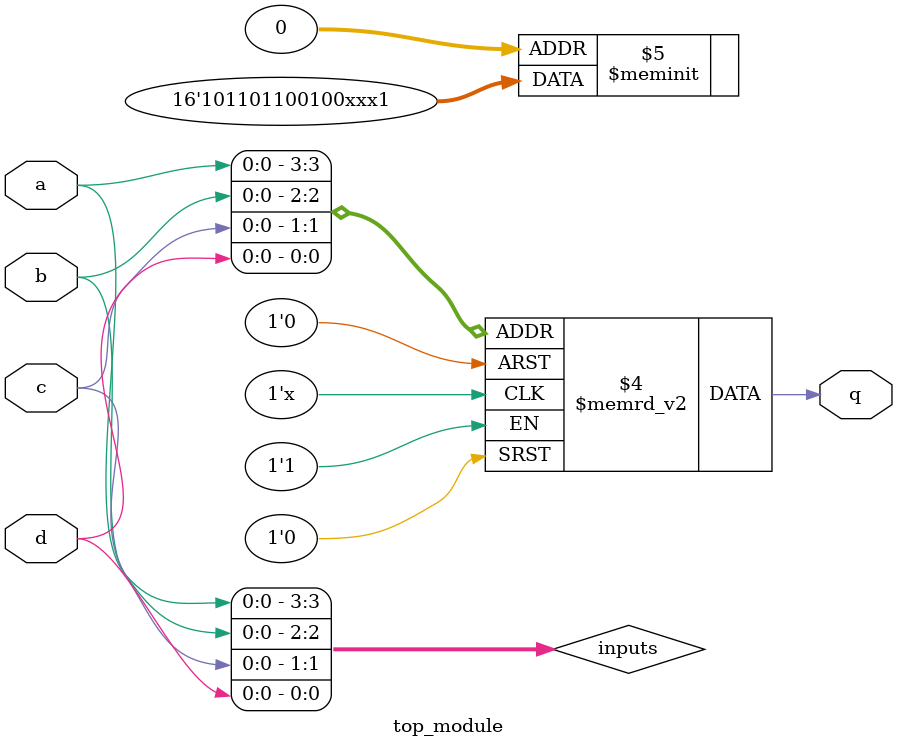
<source format=sv>
module top_module (
    input a, 
    input b, 
    input c, 
    input d,
    output q
);

wire [3:0] inputs;
assign inputs = {a, b, c, d};

always @(*) begin
    case (inputs)
        4'b0000: q = 1'b1;
        4'b0100: q = 1'b0;
        4'b0101: q = 1'b0;
        4'b0110: q = 1'b1;
        4'b0111: q = 1'b0;
        4'b1000: q = 1'b0;
        4'b1001: q = 1'b1;
        4'b1010: q = 1'b1;
        4'b1011: q = 1'b0;
        4'b1100: q = 1'b1;
        4'b1101: q = 1'b1;
        4'b1110: q = 1'b0;
        4'b1111: q = 1'b1;
        default: q = 1'bx;
    endcase
end

endmodule

</source>
